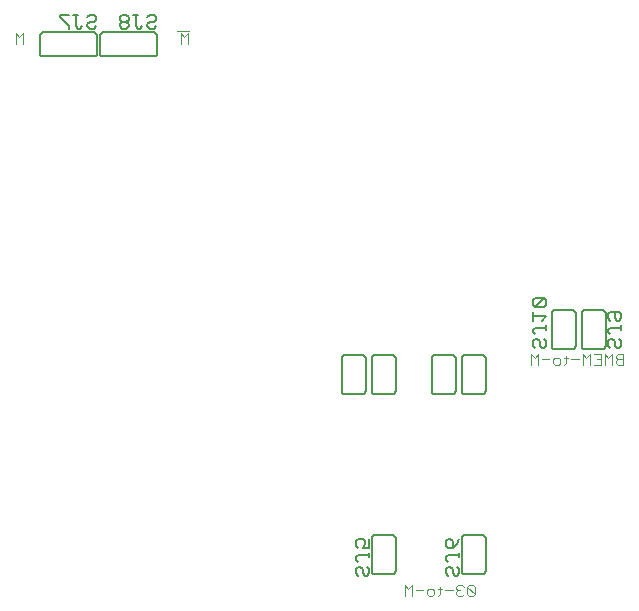
<source format=gbo>
G75*
%MOIN*%
%OFA0B0*%
%FSLAX25Y25*%
%IPPOS*%
%LPD*%
%AMOC8*
5,1,8,0,0,1.08239X$1,22.5*
%
%ADD10C,0.00300*%
%ADD11C,0.00600*%
%ADD12C,0.00500*%
D10*
X0393364Y0222450D02*
X0393364Y0226153D01*
X0394599Y0224919D01*
X0395833Y0226153D01*
X0395833Y0222450D01*
X0397048Y0224302D02*
X0399516Y0224302D01*
X0400731Y0224302D02*
X0401348Y0224919D01*
X0402582Y0224919D01*
X0403199Y0224302D01*
X0403199Y0223067D01*
X0402582Y0222450D01*
X0401348Y0222450D01*
X0400731Y0223067D01*
X0400731Y0224302D01*
X0404420Y0224919D02*
X0405655Y0224919D01*
X0405038Y0225536D02*
X0405038Y0223067D01*
X0404420Y0222450D01*
X0406869Y0224302D02*
X0409338Y0224302D01*
X0410552Y0224919D02*
X0411170Y0224302D01*
X0410552Y0223684D01*
X0410552Y0223067D01*
X0411170Y0222450D01*
X0412404Y0222450D01*
X0413021Y0223067D01*
X0414236Y0223067D02*
X0414853Y0222450D01*
X0416087Y0222450D01*
X0416704Y0223067D01*
X0414236Y0225536D01*
X0414236Y0223067D01*
X0416704Y0223067D02*
X0416704Y0225536D01*
X0416087Y0226153D01*
X0414853Y0226153D01*
X0414236Y0225536D01*
X0413021Y0225536D02*
X0412404Y0226153D01*
X0411170Y0226153D01*
X0410552Y0225536D01*
X0410552Y0224919D01*
X0411170Y0224302D02*
X0411787Y0224302D01*
X0435444Y0299450D02*
X0435444Y0303153D01*
X0436678Y0301919D01*
X0437913Y0303153D01*
X0437913Y0299450D01*
X0439127Y0301302D02*
X0441596Y0301302D01*
X0442810Y0301302D02*
X0443427Y0301919D01*
X0444662Y0301919D01*
X0445279Y0301302D01*
X0445279Y0300067D01*
X0444662Y0299450D01*
X0443427Y0299450D01*
X0442810Y0300067D01*
X0442810Y0301302D01*
X0446500Y0301919D02*
X0447734Y0301919D01*
X0447117Y0302536D02*
X0447117Y0300067D01*
X0446500Y0299450D01*
X0448949Y0301302D02*
X0451417Y0301302D01*
X0452632Y0303153D02*
X0452632Y0299450D01*
X0455101Y0299450D02*
X0455101Y0303153D01*
X0453866Y0301919D01*
X0452632Y0303153D01*
X0456315Y0303153D02*
X0458784Y0303153D01*
X0458784Y0299450D01*
X0456315Y0299450D01*
X0457549Y0301302D02*
X0458784Y0301302D01*
X0459998Y0303153D02*
X0459998Y0299450D01*
X0462467Y0299450D02*
X0462467Y0303153D01*
X0461232Y0301919D01*
X0459998Y0303153D01*
X0463681Y0302536D02*
X0463681Y0301919D01*
X0464298Y0301302D01*
X0466150Y0301302D01*
X0466150Y0303153D02*
X0464298Y0303153D01*
X0463681Y0302536D01*
X0464298Y0301302D02*
X0463681Y0300684D01*
X0463681Y0300067D01*
X0464298Y0299450D01*
X0466150Y0299450D01*
X0466150Y0303153D01*
X0321150Y0406450D02*
X0321150Y0410153D01*
X0319916Y0408919D01*
X0318681Y0410153D01*
X0318681Y0406450D01*
X0317617Y0410750D02*
X0321300Y0410750D01*
X0266150Y0410153D02*
X0264916Y0408919D01*
X0263681Y0410153D01*
X0263681Y0406450D01*
X0266150Y0406450D02*
X0266150Y0410153D01*
D11*
X0271800Y0409300D02*
X0271800Y0403300D01*
X0271802Y0403240D01*
X0271807Y0403179D01*
X0271816Y0403120D01*
X0271829Y0403061D01*
X0271845Y0403002D01*
X0271865Y0402945D01*
X0271888Y0402890D01*
X0271915Y0402835D01*
X0271944Y0402783D01*
X0271977Y0402732D01*
X0272013Y0402683D01*
X0272051Y0402637D01*
X0272093Y0402593D01*
X0272137Y0402551D01*
X0272183Y0402513D01*
X0272232Y0402477D01*
X0272283Y0402444D01*
X0272335Y0402415D01*
X0272390Y0402388D01*
X0272445Y0402365D01*
X0272502Y0402345D01*
X0272561Y0402329D01*
X0272620Y0402316D01*
X0272679Y0402307D01*
X0272740Y0402302D01*
X0272800Y0402300D01*
X0289800Y0402300D01*
X0289860Y0402302D01*
X0289921Y0402307D01*
X0289980Y0402316D01*
X0290039Y0402329D01*
X0290098Y0402345D01*
X0290155Y0402365D01*
X0290210Y0402388D01*
X0290265Y0402415D01*
X0290317Y0402444D01*
X0290368Y0402477D01*
X0290417Y0402513D01*
X0290463Y0402551D01*
X0290507Y0402593D01*
X0290549Y0402637D01*
X0290587Y0402683D01*
X0290623Y0402732D01*
X0290656Y0402783D01*
X0290685Y0402835D01*
X0290712Y0402890D01*
X0290735Y0402945D01*
X0290755Y0403002D01*
X0290771Y0403061D01*
X0290784Y0403120D01*
X0290793Y0403179D01*
X0290798Y0403240D01*
X0290800Y0403300D01*
X0290800Y0409300D01*
X0290798Y0409360D01*
X0290793Y0409421D01*
X0290784Y0409480D01*
X0290771Y0409539D01*
X0290755Y0409598D01*
X0290735Y0409655D01*
X0290712Y0409710D01*
X0290685Y0409765D01*
X0290656Y0409817D01*
X0290623Y0409868D01*
X0290587Y0409917D01*
X0290549Y0409963D01*
X0290507Y0410007D01*
X0290463Y0410049D01*
X0290417Y0410087D01*
X0290368Y0410123D01*
X0290317Y0410156D01*
X0290265Y0410185D01*
X0290210Y0410212D01*
X0290155Y0410235D01*
X0290098Y0410255D01*
X0290039Y0410271D01*
X0289980Y0410284D01*
X0289921Y0410293D01*
X0289860Y0410298D01*
X0289800Y0410300D01*
X0272800Y0410300D01*
X0272740Y0410298D01*
X0272679Y0410293D01*
X0272620Y0410284D01*
X0272561Y0410271D01*
X0272502Y0410255D01*
X0272445Y0410235D01*
X0272390Y0410212D01*
X0272335Y0410185D01*
X0272283Y0410156D01*
X0272232Y0410123D01*
X0272183Y0410087D01*
X0272137Y0410049D01*
X0272093Y0410007D01*
X0272051Y0409963D01*
X0272013Y0409917D01*
X0271977Y0409868D01*
X0271944Y0409817D01*
X0271915Y0409765D01*
X0271888Y0409710D01*
X0271865Y0409655D01*
X0271845Y0409598D01*
X0271829Y0409539D01*
X0271816Y0409480D01*
X0271807Y0409421D01*
X0271802Y0409360D01*
X0271800Y0409300D01*
X0291800Y0409300D02*
X0291800Y0403300D01*
X0291802Y0403240D01*
X0291807Y0403179D01*
X0291816Y0403120D01*
X0291829Y0403061D01*
X0291845Y0403002D01*
X0291865Y0402945D01*
X0291888Y0402890D01*
X0291915Y0402835D01*
X0291944Y0402783D01*
X0291977Y0402732D01*
X0292013Y0402683D01*
X0292051Y0402637D01*
X0292093Y0402593D01*
X0292137Y0402551D01*
X0292183Y0402513D01*
X0292232Y0402477D01*
X0292283Y0402444D01*
X0292335Y0402415D01*
X0292390Y0402388D01*
X0292445Y0402365D01*
X0292502Y0402345D01*
X0292561Y0402329D01*
X0292620Y0402316D01*
X0292679Y0402307D01*
X0292740Y0402302D01*
X0292800Y0402300D01*
X0309800Y0402300D01*
X0309860Y0402302D01*
X0309921Y0402307D01*
X0309980Y0402316D01*
X0310039Y0402329D01*
X0310098Y0402345D01*
X0310155Y0402365D01*
X0310210Y0402388D01*
X0310265Y0402415D01*
X0310317Y0402444D01*
X0310368Y0402477D01*
X0310417Y0402513D01*
X0310463Y0402551D01*
X0310507Y0402593D01*
X0310549Y0402637D01*
X0310587Y0402683D01*
X0310623Y0402732D01*
X0310656Y0402783D01*
X0310685Y0402835D01*
X0310712Y0402890D01*
X0310735Y0402945D01*
X0310755Y0403002D01*
X0310771Y0403061D01*
X0310784Y0403120D01*
X0310793Y0403179D01*
X0310798Y0403240D01*
X0310800Y0403300D01*
X0310800Y0409300D01*
X0310798Y0409360D01*
X0310793Y0409421D01*
X0310784Y0409480D01*
X0310771Y0409539D01*
X0310755Y0409598D01*
X0310735Y0409655D01*
X0310712Y0409710D01*
X0310685Y0409765D01*
X0310656Y0409817D01*
X0310623Y0409868D01*
X0310587Y0409917D01*
X0310549Y0409963D01*
X0310507Y0410007D01*
X0310463Y0410049D01*
X0310417Y0410087D01*
X0310368Y0410123D01*
X0310317Y0410156D01*
X0310265Y0410185D01*
X0310210Y0410212D01*
X0310155Y0410235D01*
X0310098Y0410255D01*
X0310039Y0410271D01*
X0309980Y0410284D01*
X0309921Y0410293D01*
X0309860Y0410298D01*
X0309800Y0410300D01*
X0292800Y0410300D01*
X0292740Y0410298D01*
X0292679Y0410293D01*
X0292620Y0410284D01*
X0292561Y0410271D01*
X0292502Y0410255D01*
X0292445Y0410235D01*
X0292390Y0410212D01*
X0292335Y0410185D01*
X0292283Y0410156D01*
X0292232Y0410123D01*
X0292183Y0410087D01*
X0292137Y0410049D01*
X0292093Y0410007D01*
X0292051Y0409963D01*
X0292013Y0409917D01*
X0291977Y0409868D01*
X0291944Y0409817D01*
X0291915Y0409765D01*
X0291888Y0409710D01*
X0291865Y0409655D01*
X0291845Y0409598D01*
X0291829Y0409539D01*
X0291816Y0409480D01*
X0291807Y0409421D01*
X0291802Y0409360D01*
X0291800Y0409300D01*
X0373300Y0302800D02*
X0379300Y0302800D01*
X0379360Y0302798D01*
X0379421Y0302793D01*
X0379480Y0302784D01*
X0379539Y0302771D01*
X0379598Y0302755D01*
X0379655Y0302735D01*
X0379710Y0302712D01*
X0379765Y0302685D01*
X0379817Y0302656D01*
X0379868Y0302623D01*
X0379917Y0302587D01*
X0379963Y0302549D01*
X0380007Y0302507D01*
X0380049Y0302463D01*
X0380087Y0302417D01*
X0380123Y0302368D01*
X0380156Y0302317D01*
X0380185Y0302265D01*
X0380212Y0302210D01*
X0380235Y0302155D01*
X0380255Y0302098D01*
X0380271Y0302039D01*
X0380284Y0301980D01*
X0380293Y0301921D01*
X0380298Y0301860D01*
X0380300Y0301800D01*
X0380300Y0290800D01*
X0380298Y0290740D01*
X0380293Y0290679D01*
X0380284Y0290620D01*
X0380271Y0290561D01*
X0380255Y0290502D01*
X0380235Y0290445D01*
X0380212Y0290390D01*
X0380185Y0290335D01*
X0380156Y0290283D01*
X0380123Y0290232D01*
X0380087Y0290183D01*
X0380049Y0290137D01*
X0380007Y0290093D01*
X0379963Y0290051D01*
X0379917Y0290013D01*
X0379868Y0289977D01*
X0379817Y0289944D01*
X0379765Y0289915D01*
X0379710Y0289888D01*
X0379655Y0289865D01*
X0379598Y0289845D01*
X0379539Y0289829D01*
X0379480Y0289816D01*
X0379421Y0289807D01*
X0379360Y0289802D01*
X0379300Y0289800D01*
X0373300Y0289800D01*
X0373240Y0289802D01*
X0373179Y0289807D01*
X0373120Y0289816D01*
X0373061Y0289829D01*
X0373002Y0289845D01*
X0372945Y0289865D01*
X0372890Y0289888D01*
X0372835Y0289915D01*
X0372783Y0289944D01*
X0372732Y0289977D01*
X0372683Y0290013D01*
X0372637Y0290051D01*
X0372593Y0290093D01*
X0372551Y0290137D01*
X0372513Y0290183D01*
X0372477Y0290232D01*
X0372444Y0290283D01*
X0372415Y0290335D01*
X0372388Y0290390D01*
X0372365Y0290445D01*
X0372345Y0290502D01*
X0372329Y0290561D01*
X0372316Y0290620D01*
X0372307Y0290679D01*
X0372302Y0290740D01*
X0372300Y0290800D01*
X0372300Y0301800D01*
X0372302Y0301860D01*
X0372307Y0301921D01*
X0372316Y0301980D01*
X0372329Y0302039D01*
X0372345Y0302098D01*
X0372365Y0302155D01*
X0372388Y0302210D01*
X0372415Y0302265D01*
X0372444Y0302317D01*
X0372477Y0302368D01*
X0372513Y0302417D01*
X0372551Y0302463D01*
X0372593Y0302507D01*
X0372637Y0302549D01*
X0372683Y0302587D01*
X0372732Y0302623D01*
X0372783Y0302656D01*
X0372835Y0302685D01*
X0372890Y0302712D01*
X0372945Y0302735D01*
X0373002Y0302755D01*
X0373061Y0302771D01*
X0373120Y0302784D01*
X0373179Y0302793D01*
X0373240Y0302798D01*
X0373300Y0302800D01*
X0382300Y0301800D02*
X0382300Y0290800D01*
X0382302Y0290740D01*
X0382307Y0290679D01*
X0382316Y0290620D01*
X0382329Y0290561D01*
X0382345Y0290502D01*
X0382365Y0290445D01*
X0382388Y0290390D01*
X0382415Y0290335D01*
X0382444Y0290283D01*
X0382477Y0290232D01*
X0382513Y0290183D01*
X0382551Y0290137D01*
X0382593Y0290093D01*
X0382637Y0290051D01*
X0382683Y0290013D01*
X0382732Y0289977D01*
X0382783Y0289944D01*
X0382835Y0289915D01*
X0382890Y0289888D01*
X0382945Y0289865D01*
X0383002Y0289845D01*
X0383061Y0289829D01*
X0383120Y0289816D01*
X0383179Y0289807D01*
X0383240Y0289802D01*
X0383300Y0289800D01*
X0389300Y0289800D01*
X0389360Y0289802D01*
X0389421Y0289807D01*
X0389480Y0289816D01*
X0389539Y0289829D01*
X0389598Y0289845D01*
X0389655Y0289865D01*
X0389710Y0289888D01*
X0389765Y0289915D01*
X0389817Y0289944D01*
X0389868Y0289977D01*
X0389917Y0290013D01*
X0389963Y0290051D01*
X0390007Y0290093D01*
X0390049Y0290137D01*
X0390087Y0290183D01*
X0390123Y0290232D01*
X0390156Y0290283D01*
X0390185Y0290335D01*
X0390212Y0290390D01*
X0390235Y0290445D01*
X0390255Y0290502D01*
X0390271Y0290561D01*
X0390284Y0290620D01*
X0390293Y0290679D01*
X0390298Y0290740D01*
X0390300Y0290800D01*
X0390300Y0301800D01*
X0390298Y0301860D01*
X0390293Y0301921D01*
X0390284Y0301980D01*
X0390271Y0302039D01*
X0390255Y0302098D01*
X0390235Y0302155D01*
X0390212Y0302210D01*
X0390185Y0302265D01*
X0390156Y0302317D01*
X0390123Y0302368D01*
X0390087Y0302417D01*
X0390049Y0302463D01*
X0390007Y0302507D01*
X0389963Y0302549D01*
X0389917Y0302587D01*
X0389868Y0302623D01*
X0389817Y0302656D01*
X0389765Y0302685D01*
X0389710Y0302712D01*
X0389655Y0302735D01*
X0389598Y0302755D01*
X0389539Y0302771D01*
X0389480Y0302784D01*
X0389421Y0302793D01*
X0389360Y0302798D01*
X0389300Y0302800D01*
X0383300Y0302800D01*
X0383240Y0302798D01*
X0383179Y0302793D01*
X0383120Y0302784D01*
X0383061Y0302771D01*
X0383002Y0302755D01*
X0382945Y0302735D01*
X0382890Y0302712D01*
X0382835Y0302685D01*
X0382783Y0302656D01*
X0382732Y0302623D01*
X0382683Y0302587D01*
X0382637Y0302549D01*
X0382593Y0302507D01*
X0382551Y0302463D01*
X0382513Y0302417D01*
X0382477Y0302368D01*
X0382444Y0302317D01*
X0382415Y0302265D01*
X0382388Y0302210D01*
X0382365Y0302155D01*
X0382345Y0302098D01*
X0382329Y0302039D01*
X0382316Y0301980D01*
X0382307Y0301921D01*
X0382302Y0301860D01*
X0382300Y0301800D01*
X0402300Y0301800D02*
X0402300Y0290800D01*
X0402302Y0290740D01*
X0402307Y0290679D01*
X0402316Y0290620D01*
X0402329Y0290561D01*
X0402345Y0290502D01*
X0402365Y0290445D01*
X0402388Y0290390D01*
X0402415Y0290335D01*
X0402444Y0290283D01*
X0402477Y0290232D01*
X0402513Y0290183D01*
X0402551Y0290137D01*
X0402593Y0290093D01*
X0402637Y0290051D01*
X0402683Y0290013D01*
X0402732Y0289977D01*
X0402783Y0289944D01*
X0402835Y0289915D01*
X0402890Y0289888D01*
X0402945Y0289865D01*
X0403002Y0289845D01*
X0403061Y0289829D01*
X0403120Y0289816D01*
X0403179Y0289807D01*
X0403240Y0289802D01*
X0403300Y0289800D01*
X0409300Y0289800D01*
X0409360Y0289802D01*
X0409421Y0289807D01*
X0409480Y0289816D01*
X0409539Y0289829D01*
X0409598Y0289845D01*
X0409655Y0289865D01*
X0409710Y0289888D01*
X0409765Y0289915D01*
X0409817Y0289944D01*
X0409868Y0289977D01*
X0409917Y0290013D01*
X0409963Y0290051D01*
X0410007Y0290093D01*
X0410049Y0290137D01*
X0410087Y0290183D01*
X0410123Y0290232D01*
X0410156Y0290283D01*
X0410185Y0290335D01*
X0410212Y0290390D01*
X0410235Y0290445D01*
X0410255Y0290502D01*
X0410271Y0290561D01*
X0410284Y0290620D01*
X0410293Y0290679D01*
X0410298Y0290740D01*
X0410300Y0290800D01*
X0410300Y0301800D01*
X0410298Y0301860D01*
X0410293Y0301921D01*
X0410284Y0301980D01*
X0410271Y0302039D01*
X0410255Y0302098D01*
X0410235Y0302155D01*
X0410212Y0302210D01*
X0410185Y0302265D01*
X0410156Y0302317D01*
X0410123Y0302368D01*
X0410087Y0302417D01*
X0410049Y0302463D01*
X0410007Y0302507D01*
X0409963Y0302549D01*
X0409917Y0302587D01*
X0409868Y0302623D01*
X0409817Y0302656D01*
X0409765Y0302685D01*
X0409710Y0302712D01*
X0409655Y0302735D01*
X0409598Y0302755D01*
X0409539Y0302771D01*
X0409480Y0302784D01*
X0409421Y0302793D01*
X0409360Y0302798D01*
X0409300Y0302800D01*
X0403300Y0302800D01*
X0403240Y0302798D01*
X0403179Y0302793D01*
X0403120Y0302784D01*
X0403061Y0302771D01*
X0403002Y0302755D01*
X0402945Y0302735D01*
X0402890Y0302712D01*
X0402835Y0302685D01*
X0402783Y0302656D01*
X0402732Y0302623D01*
X0402683Y0302587D01*
X0402637Y0302549D01*
X0402593Y0302507D01*
X0402551Y0302463D01*
X0402513Y0302417D01*
X0402477Y0302368D01*
X0402444Y0302317D01*
X0402415Y0302265D01*
X0402388Y0302210D01*
X0402365Y0302155D01*
X0402345Y0302098D01*
X0402329Y0302039D01*
X0402316Y0301980D01*
X0402307Y0301921D01*
X0402302Y0301860D01*
X0402300Y0301800D01*
X0412300Y0301800D02*
X0412300Y0290800D01*
X0412302Y0290740D01*
X0412307Y0290679D01*
X0412316Y0290620D01*
X0412329Y0290561D01*
X0412345Y0290502D01*
X0412365Y0290445D01*
X0412388Y0290390D01*
X0412415Y0290335D01*
X0412444Y0290283D01*
X0412477Y0290232D01*
X0412513Y0290183D01*
X0412551Y0290137D01*
X0412593Y0290093D01*
X0412637Y0290051D01*
X0412683Y0290013D01*
X0412732Y0289977D01*
X0412783Y0289944D01*
X0412835Y0289915D01*
X0412890Y0289888D01*
X0412945Y0289865D01*
X0413002Y0289845D01*
X0413061Y0289829D01*
X0413120Y0289816D01*
X0413179Y0289807D01*
X0413240Y0289802D01*
X0413300Y0289800D01*
X0419300Y0289800D01*
X0419360Y0289802D01*
X0419421Y0289807D01*
X0419480Y0289816D01*
X0419539Y0289829D01*
X0419598Y0289845D01*
X0419655Y0289865D01*
X0419710Y0289888D01*
X0419765Y0289915D01*
X0419817Y0289944D01*
X0419868Y0289977D01*
X0419917Y0290013D01*
X0419963Y0290051D01*
X0420007Y0290093D01*
X0420049Y0290137D01*
X0420087Y0290183D01*
X0420123Y0290232D01*
X0420156Y0290283D01*
X0420185Y0290335D01*
X0420212Y0290390D01*
X0420235Y0290445D01*
X0420255Y0290502D01*
X0420271Y0290561D01*
X0420284Y0290620D01*
X0420293Y0290679D01*
X0420298Y0290740D01*
X0420300Y0290800D01*
X0420300Y0301800D01*
X0420298Y0301860D01*
X0420293Y0301921D01*
X0420284Y0301980D01*
X0420271Y0302039D01*
X0420255Y0302098D01*
X0420235Y0302155D01*
X0420212Y0302210D01*
X0420185Y0302265D01*
X0420156Y0302317D01*
X0420123Y0302368D01*
X0420087Y0302417D01*
X0420049Y0302463D01*
X0420007Y0302507D01*
X0419963Y0302549D01*
X0419917Y0302587D01*
X0419868Y0302623D01*
X0419817Y0302656D01*
X0419765Y0302685D01*
X0419710Y0302712D01*
X0419655Y0302735D01*
X0419598Y0302755D01*
X0419539Y0302771D01*
X0419480Y0302784D01*
X0419421Y0302793D01*
X0419360Y0302798D01*
X0419300Y0302800D01*
X0413300Y0302800D01*
X0413240Y0302798D01*
X0413179Y0302793D01*
X0413120Y0302784D01*
X0413061Y0302771D01*
X0413002Y0302755D01*
X0412945Y0302735D01*
X0412890Y0302712D01*
X0412835Y0302685D01*
X0412783Y0302656D01*
X0412732Y0302623D01*
X0412683Y0302587D01*
X0412637Y0302549D01*
X0412593Y0302507D01*
X0412551Y0302463D01*
X0412513Y0302417D01*
X0412477Y0302368D01*
X0412444Y0302317D01*
X0412415Y0302265D01*
X0412388Y0302210D01*
X0412365Y0302155D01*
X0412345Y0302098D01*
X0412329Y0302039D01*
X0412316Y0301980D01*
X0412307Y0301921D01*
X0412302Y0301860D01*
X0412300Y0301800D01*
X0442300Y0305800D02*
X0442300Y0316800D01*
X0442302Y0316860D01*
X0442307Y0316921D01*
X0442316Y0316980D01*
X0442329Y0317039D01*
X0442345Y0317098D01*
X0442365Y0317155D01*
X0442388Y0317210D01*
X0442415Y0317265D01*
X0442444Y0317317D01*
X0442477Y0317368D01*
X0442513Y0317417D01*
X0442551Y0317463D01*
X0442593Y0317507D01*
X0442637Y0317549D01*
X0442683Y0317587D01*
X0442732Y0317623D01*
X0442783Y0317656D01*
X0442835Y0317685D01*
X0442890Y0317712D01*
X0442945Y0317735D01*
X0443002Y0317755D01*
X0443061Y0317771D01*
X0443120Y0317784D01*
X0443179Y0317793D01*
X0443240Y0317798D01*
X0443300Y0317800D01*
X0449300Y0317800D01*
X0449360Y0317798D01*
X0449421Y0317793D01*
X0449480Y0317784D01*
X0449539Y0317771D01*
X0449598Y0317755D01*
X0449655Y0317735D01*
X0449710Y0317712D01*
X0449765Y0317685D01*
X0449817Y0317656D01*
X0449868Y0317623D01*
X0449917Y0317587D01*
X0449963Y0317549D01*
X0450007Y0317507D01*
X0450049Y0317463D01*
X0450087Y0317417D01*
X0450123Y0317368D01*
X0450156Y0317317D01*
X0450185Y0317265D01*
X0450212Y0317210D01*
X0450235Y0317155D01*
X0450255Y0317098D01*
X0450271Y0317039D01*
X0450284Y0316980D01*
X0450293Y0316921D01*
X0450298Y0316860D01*
X0450300Y0316800D01*
X0450300Y0305800D01*
X0450298Y0305740D01*
X0450293Y0305679D01*
X0450284Y0305620D01*
X0450271Y0305561D01*
X0450255Y0305502D01*
X0450235Y0305445D01*
X0450212Y0305390D01*
X0450185Y0305335D01*
X0450156Y0305283D01*
X0450123Y0305232D01*
X0450087Y0305183D01*
X0450049Y0305137D01*
X0450007Y0305093D01*
X0449963Y0305051D01*
X0449917Y0305013D01*
X0449868Y0304977D01*
X0449817Y0304944D01*
X0449765Y0304915D01*
X0449710Y0304888D01*
X0449655Y0304865D01*
X0449598Y0304845D01*
X0449539Y0304829D01*
X0449480Y0304816D01*
X0449421Y0304807D01*
X0449360Y0304802D01*
X0449300Y0304800D01*
X0443300Y0304800D01*
X0443240Y0304802D01*
X0443179Y0304807D01*
X0443120Y0304816D01*
X0443061Y0304829D01*
X0443002Y0304845D01*
X0442945Y0304865D01*
X0442890Y0304888D01*
X0442835Y0304915D01*
X0442783Y0304944D01*
X0442732Y0304977D01*
X0442683Y0305013D01*
X0442637Y0305051D01*
X0442593Y0305093D01*
X0442551Y0305137D01*
X0442513Y0305183D01*
X0442477Y0305232D01*
X0442444Y0305283D01*
X0442415Y0305335D01*
X0442388Y0305390D01*
X0442365Y0305445D01*
X0442345Y0305502D01*
X0442329Y0305561D01*
X0442316Y0305620D01*
X0442307Y0305679D01*
X0442302Y0305740D01*
X0442300Y0305800D01*
X0452300Y0305800D02*
X0452300Y0316800D01*
X0452302Y0316860D01*
X0452307Y0316921D01*
X0452316Y0316980D01*
X0452329Y0317039D01*
X0452345Y0317098D01*
X0452365Y0317155D01*
X0452388Y0317210D01*
X0452415Y0317265D01*
X0452444Y0317317D01*
X0452477Y0317368D01*
X0452513Y0317417D01*
X0452551Y0317463D01*
X0452593Y0317507D01*
X0452637Y0317549D01*
X0452683Y0317587D01*
X0452732Y0317623D01*
X0452783Y0317656D01*
X0452835Y0317685D01*
X0452890Y0317712D01*
X0452945Y0317735D01*
X0453002Y0317755D01*
X0453061Y0317771D01*
X0453120Y0317784D01*
X0453179Y0317793D01*
X0453240Y0317798D01*
X0453300Y0317800D01*
X0459300Y0317800D01*
X0459360Y0317798D01*
X0459421Y0317793D01*
X0459480Y0317784D01*
X0459539Y0317771D01*
X0459598Y0317755D01*
X0459655Y0317735D01*
X0459710Y0317712D01*
X0459765Y0317685D01*
X0459817Y0317656D01*
X0459868Y0317623D01*
X0459917Y0317587D01*
X0459963Y0317549D01*
X0460007Y0317507D01*
X0460049Y0317463D01*
X0460087Y0317417D01*
X0460123Y0317368D01*
X0460156Y0317317D01*
X0460185Y0317265D01*
X0460212Y0317210D01*
X0460235Y0317155D01*
X0460255Y0317098D01*
X0460271Y0317039D01*
X0460284Y0316980D01*
X0460293Y0316921D01*
X0460298Y0316860D01*
X0460300Y0316800D01*
X0460300Y0305800D01*
X0460298Y0305740D01*
X0460293Y0305679D01*
X0460284Y0305620D01*
X0460271Y0305561D01*
X0460255Y0305502D01*
X0460235Y0305445D01*
X0460212Y0305390D01*
X0460185Y0305335D01*
X0460156Y0305283D01*
X0460123Y0305232D01*
X0460087Y0305183D01*
X0460049Y0305137D01*
X0460007Y0305093D01*
X0459963Y0305051D01*
X0459917Y0305013D01*
X0459868Y0304977D01*
X0459817Y0304944D01*
X0459765Y0304915D01*
X0459710Y0304888D01*
X0459655Y0304865D01*
X0459598Y0304845D01*
X0459539Y0304829D01*
X0459480Y0304816D01*
X0459421Y0304807D01*
X0459360Y0304802D01*
X0459300Y0304800D01*
X0453300Y0304800D01*
X0453240Y0304802D01*
X0453179Y0304807D01*
X0453120Y0304816D01*
X0453061Y0304829D01*
X0453002Y0304845D01*
X0452945Y0304865D01*
X0452890Y0304888D01*
X0452835Y0304915D01*
X0452783Y0304944D01*
X0452732Y0304977D01*
X0452683Y0305013D01*
X0452637Y0305051D01*
X0452593Y0305093D01*
X0452551Y0305137D01*
X0452513Y0305183D01*
X0452477Y0305232D01*
X0452444Y0305283D01*
X0452415Y0305335D01*
X0452388Y0305390D01*
X0452365Y0305445D01*
X0452345Y0305502D01*
X0452329Y0305561D01*
X0452316Y0305620D01*
X0452307Y0305679D01*
X0452302Y0305740D01*
X0452300Y0305800D01*
X0419300Y0242800D02*
X0413300Y0242800D01*
X0413240Y0242798D01*
X0413179Y0242793D01*
X0413120Y0242784D01*
X0413061Y0242771D01*
X0413002Y0242755D01*
X0412945Y0242735D01*
X0412890Y0242712D01*
X0412835Y0242685D01*
X0412783Y0242656D01*
X0412732Y0242623D01*
X0412683Y0242587D01*
X0412637Y0242549D01*
X0412593Y0242507D01*
X0412551Y0242463D01*
X0412513Y0242417D01*
X0412477Y0242368D01*
X0412444Y0242317D01*
X0412415Y0242265D01*
X0412388Y0242210D01*
X0412365Y0242155D01*
X0412345Y0242098D01*
X0412329Y0242039D01*
X0412316Y0241980D01*
X0412307Y0241921D01*
X0412302Y0241860D01*
X0412300Y0241800D01*
X0412300Y0230800D01*
X0412302Y0230740D01*
X0412307Y0230679D01*
X0412316Y0230620D01*
X0412329Y0230561D01*
X0412345Y0230502D01*
X0412365Y0230445D01*
X0412388Y0230390D01*
X0412415Y0230335D01*
X0412444Y0230283D01*
X0412477Y0230232D01*
X0412513Y0230183D01*
X0412551Y0230137D01*
X0412593Y0230093D01*
X0412637Y0230051D01*
X0412683Y0230013D01*
X0412732Y0229977D01*
X0412783Y0229944D01*
X0412835Y0229915D01*
X0412890Y0229888D01*
X0412945Y0229865D01*
X0413002Y0229845D01*
X0413061Y0229829D01*
X0413120Y0229816D01*
X0413179Y0229807D01*
X0413240Y0229802D01*
X0413300Y0229800D01*
X0419300Y0229800D01*
X0419360Y0229802D01*
X0419421Y0229807D01*
X0419480Y0229816D01*
X0419539Y0229829D01*
X0419598Y0229845D01*
X0419655Y0229865D01*
X0419710Y0229888D01*
X0419765Y0229915D01*
X0419817Y0229944D01*
X0419868Y0229977D01*
X0419917Y0230013D01*
X0419963Y0230051D01*
X0420007Y0230093D01*
X0420049Y0230137D01*
X0420087Y0230183D01*
X0420123Y0230232D01*
X0420156Y0230283D01*
X0420185Y0230335D01*
X0420212Y0230390D01*
X0420235Y0230445D01*
X0420255Y0230502D01*
X0420271Y0230561D01*
X0420284Y0230620D01*
X0420293Y0230679D01*
X0420298Y0230740D01*
X0420300Y0230800D01*
X0420300Y0241800D01*
X0420298Y0241860D01*
X0420293Y0241921D01*
X0420284Y0241980D01*
X0420271Y0242039D01*
X0420255Y0242098D01*
X0420235Y0242155D01*
X0420212Y0242210D01*
X0420185Y0242265D01*
X0420156Y0242317D01*
X0420123Y0242368D01*
X0420087Y0242417D01*
X0420049Y0242463D01*
X0420007Y0242507D01*
X0419963Y0242549D01*
X0419917Y0242587D01*
X0419868Y0242623D01*
X0419817Y0242656D01*
X0419765Y0242685D01*
X0419710Y0242712D01*
X0419655Y0242735D01*
X0419598Y0242755D01*
X0419539Y0242771D01*
X0419480Y0242784D01*
X0419421Y0242793D01*
X0419360Y0242798D01*
X0419300Y0242800D01*
X0390300Y0241800D02*
X0390300Y0230800D01*
X0390298Y0230740D01*
X0390293Y0230679D01*
X0390284Y0230620D01*
X0390271Y0230561D01*
X0390255Y0230502D01*
X0390235Y0230445D01*
X0390212Y0230390D01*
X0390185Y0230335D01*
X0390156Y0230283D01*
X0390123Y0230232D01*
X0390087Y0230183D01*
X0390049Y0230137D01*
X0390007Y0230093D01*
X0389963Y0230051D01*
X0389917Y0230013D01*
X0389868Y0229977D01*
X0389817Y0229944D01*
X0389765Y0229915D01*
X0389710Y0229888D01*
X0389655Y0229865D01*
X0389598Y0229845D01*
X0389539Y0229829D01*
X0389480Y0229816D01*
X0389421Y0229807D01*
X0389360Y0229802D01*
X0389300Y0229800D01*
X0383300Y0229800D01*
X0383240Y0229802D01*
X0383179Y0229807D01*
X0383120Y0229816D01*
X0383061Y0229829D01*
X0383002Y0229845D01*
X0382945Y0229865D01*
X0382890Y0229888D01*
X0382835Y0229915D01*
X0382783Y0229944D01*
X0382732Y0229977D01*
X0382683Y0230013D01*
X0382637Y0230051D01*
X0382593Y0230093D01*
X0382551Y0230137D01*
X0382513Y0230183D01*
X0382477Y0230232D01*
X0382444Y0230283D01*
X0382415Y0230335D01*
X0382388Y0230390D01*
X0382365Y0230445D01*
X0382345Y0230502D01*
X0382329Y0230561D01*
X0382316Y0230620D01*
X0382307Y0230679D01*
X0382302Y0230740D01*
X0382300Y0230800D01*
X0382300Y0241800D01*
X0382302Y0241860D01*
X0382307Y0241921D01*
X0382316Y0241980D01*
X0382329Y0242039D01*
X0382345Y0242098D01*
X0382365Y0242155D01*
X0382388Y0242210D01*
X0382415Y0242265D01*
X0382444Y0242317D01*
X0382477Y0242368D01*
X0382513Y0242417D01*
X0382551Y0242463D01*
X0382593Y0242507D01*
X0382637Y0242549D01*
X0382683Y0242587D01*
X0382732Y0242623D01*
X0382783Y0242656D01*
X0382835Y0242685D01*
X0382890Y0242712D01*
X0382945Y0242735D01*
X0383002Y0242755D01*
X0383061Y0242771D01*
X0383120Y0242784D01*
X0383179Y0242793D01*
X0383240Y0242798D01*
X0383300Y0242800D01*
X0389300Y0242800D01*
X0389360Y0242798D01*
X0389421Y0242793D01*
X0389480Y0242784D01*
X0389539Y0242771D01*
X0389598Y0242755D01*
X0389655Y0242735D01*
X0389710Y0242712D01*
X0389765Y0242685D01*
X0389817Y0242656D01*
X0389868Y0242623D01*
X0389917Y0242587D01*
X0389963Y0242549D01*
X0390007Y0242507D01*
X0390049Y0242463D01*
X0390087Y0242417D01*
X0390123Y0242368D01*
X0390156Y0242317D01*
X0390185Y0242265D01*
X0390212Y0242210D01*
X0390235Y0242155D01*
X0390255Y0242098D01*
X0390271Y0242039D01*
X0390284Y0241980D01*
X0390293Y0241921D01*
X0390298Y0241860D01*
X0390300Y0241800D01*
D12*
X0377801Y0229238D02*
X0377050Y0229989D01*
X0377050Y0231490D01*
X0377801Y0232241D01*
X0378551Y0232241D01*
X0379302Y0231490D01*
X0379302Y0229989D01*
X0380053Y0229238D01*
X0380803Y0229238D01*
X0381554Y0229989D01*
X0381554Y0231490D01*
X0380803Y0232241D01*
X0381554Y0235343D02*
X0381554Y0236845D01*
X0381554Y0236094D02*
X0377801Y0236094D01*
X0377050Y0235343D01*
X0377050Y0234593D01*
X0377801Y0233842D01*
X0377801Y0238446D02*
X0377050Y0239197D01*
X0377050Y0240698D01*
X0377801Y0241449D01*
X0379302Y0241449D01*
X0380053Y0240698D01*
X0380053Y0239947D01*
X0379302Y0238446D01*
X0381554Y0238446D01*
X0381554Y0241449D01*
X0407050Y0240698D02*
X0407801Y0241449D01*
X0408551Y0241449D01*
X0409302Y0240698D01*
X0409302Y0238446D01*
X0407801Y0238446D01*
X0407050Y0239197D01*
X0407050Y0240698D01*
X0409302Y0238446D02*
X0410803Y0239947D01*
X0411554Y0241449D01*
X0411554Y0236845D02*
X0411554Y0235343D01*
X0411554Y0236094D02*
X0407801Y0236094D01*
X0407050Y0235343D01*
X0407050Y0234593D01*
X0407801Y0233842D01*
X0407801Y0232241D02*
X0407050Y0231490D01*
X0407050Y0229989D01*
X0407801Y0229238D01*
X0409302Y0229989D02*
X0409302Y0231490D01*
X0408551Y0232241D01*
X0407801Y0232241D01*
X0409302Y0229989D02*
X0410053Y0229238D01*
X0410803Y0229238D01*
X0411554Y0229989D01*
X0411554Y0231490D01*
X0410803Y0232241D01*
X0436801Y0305050D02*
X0436050Y0305801D01*
X0436050Y0307302D01*
X0436801Y0308053D01*
X0437551Y0308053D01*
X0438302Y0307302D01*
X0438302Y0305801D01*
X0439053Y0305050D01*
X0439803Y0305050D01*
X0440554Y0305801D01*
X0440554Y0307302D01*
X0439803Y0308053D01*
X0440554Y0311155D02*
X0440554Y0312656D01*
X0440554Y0311906D02*
X0436801Y0311906D01*
X0436050Y0311155D01*
X0436050Y0310405D01*
X0436801Y0309654D01*
X0436050Y0314258D02*
X0436050Y0317260D01*
X0436050Y0315759D02*
X0440554Y0315759D01*
X0439053Y0314258D01*
X0439803Y0318862D02*
X0440554Y0319612D01*
X0440554Y0321114D01*
X0439803Y0321864D01*
X0436801Y0318862D01*
X0436050Y0319612D01*
X0436050Y0321114D01*
X0436801Y0321864D01*
X0439803Y0321864D01*
X0439803Y0318862D02*
X0436801Y0318862D01*
X0461050Y0316510D02*
X0461801Y0317260D01*
X0464803Y0317260D01*
X0465554Y0316510D01*
X0465554Y0315008D01*
X0464803Y0314258D01*
X0464053Y0314258D01*
X0463302Y0315008D01*
X0463302Y0317260D01*
X0461050Y0316510D02*
X0461050Y0315008D01*
X0461801Y0314258D01*
X0461801Y0311906D02*
X0465554Y0311906D01*
X0465554Y0312656D02*
X0465554Y0311155D01*
X0464803Y0308053D02*
X0465554Y0307302D01*
X0465554Y0305801D01*
X0464803Y0305050D01*
X0464053Y0305050D01*
X0463302Y0305801D01*
X0463302Y0307302D01*
X0462551Y0308053D01*
X0461801Y0308053D01*
X0461050Y0307302D01*
X0461050Y0305801D01*
X0461801Y0305050D01*
X0461801Y0309654D02*
X0461050Y0310405D01*
X0461050Y0311155D01*
X0461801Y0311906D01*
X0310550Y0412301D02*
X0309799Y0411550D01*
X0308298Y0411550D01*
X0307547Y0412301D01*
X0307547Y0413051D01*
X0308298Y0413802D01*
X0309799Y0413802D01*
X0310550Y0414553D01*
X0310550Y0415303D01*
X0309799Y0416054D01*
X0308298Y0416054D01*
X0307547Y0415303D01*
X0304445Y0416054D02*
X0302944Y0416054D01*
X0303694Y0416054D02*
X0303694Y0412301D01*
X0304445Y0411550D01*
X0305195Y0411550D01*
X0305946Y0412301D01*
X0301342Y0412301D02*
X0301342Y0413051D01*
X0300592Y0413802D01*
X0299090Y0413802D01*
X0298340Y0413051D01*
X0298340Y0412301D01*
X0299090Y0411550D01*
X0300592Y0411550D01*
X0301342Y0412301D01*
X0300592Y0413802D02*
X0301342Y0414553D01*
X0301342Y0415303D01*
X0300592Y0416054D01*
X0299090Y0416054D01*
X0298340Y0415303D01*
X0298340Y0414553D01*
X0299090Y0413802D01*
X0290550Y0414553D02*
X0289799Y0413802D01*
X0288298Y0413802D01*
X0287547Y0413051D01*
X0287547Y0412301D01*
X0288298Y0411550D01*
X0289799Y0411550D01*
X0290550Y0412301D01*
X0290550Y0414553D02*
X0290550Y0415303D01*
X0289799Y0416054D01*
X0288298Y0416054D01*
X0287547Y0415303D01*
X0284445Y0416054D02*
X0282944Y0416054D01*
X0283694Y0416054D02*
X0283694Y0412301D01*
X0284445Y0411550D01*
X0285195Y0411550D01*
X0285946Y0412301D01*
X0281342Y0412301D02*
X0281342Y0411550D01*
X0281342Y0412301D02*
X0278340Y0415303D01*
X0278340Y0416054D01*
X0281342Y0416054D01*
M02*

</source>
